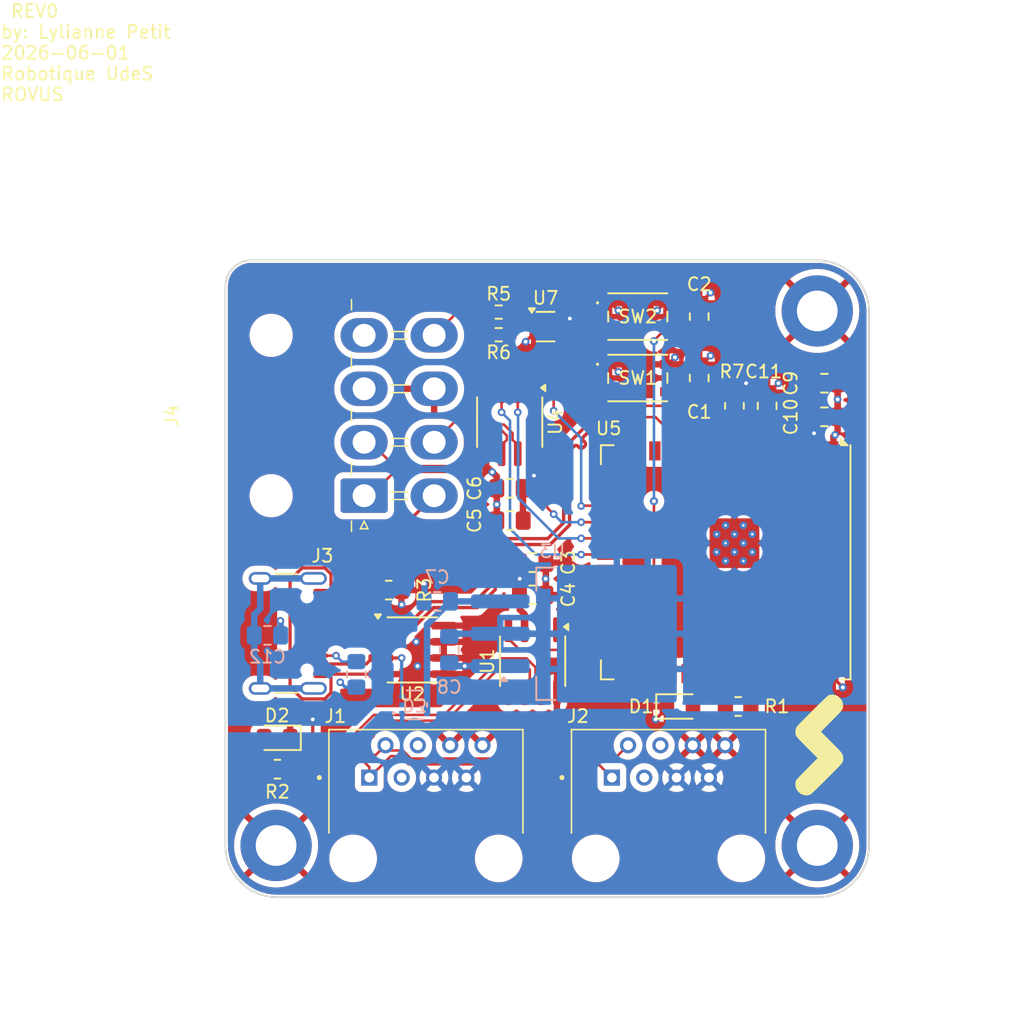
<source format=kicad_pcb>
(kicad_pcb (version 20240108) (generator "pcbnew") (generator_version "8.0")
  (layers (0 "F.Cu" signal) (1 "In1.Cu" signal) (2 "In2.Cu" signal) (31 "B.Cu" signal) (34 "B.Paste" user) (35 "F.Paste" user) (36 "B.SilkS" user "B.Silkscreen") (37 "F.SilkS" user "F.Silkscreen") (38 "B.Mask" user) (39 "F.Mask" user) (44 "Edge.Cuts" user))
  (property "AUTHOR" "Lylianne Petit")
  (property "GROUP_NAME" "Robotique UdeS")
  (property "REVISION" "0")
  (property "TEAM" "ROVUS")
  (net 0 "")
  (net 1 "+3.3V")
  (net 2 "GND")
  (net 3 "EN_PB")
  (net 4 "GPIO_0")
  (net 5 "+5V_USB")
  (net 6 "Net-(D1-A)")
  (net 7 "USB_P")
  (net 8 "USB_N")
  (net 10 "PWM_5V")
  (net 12 "LED_BUILDIN")
  (net 13 "Net-(U7-Vcci)")
  (net 14 "Net-(U7-INPUT)")
  (net 15 "TXC")
  (net 17 "RXC")
  (net 18 "RXB")
  (net 19 "TXB")
  (net 30 "Net-(J3-SHIELD)")
  (net 32 "+24V_ETH")
  (net 39 "PWM_3V")
  (net 49 "Net-(J3-CC2)")
  (net 50 "Net-(J3-CC1)")
  (net 53 "Net-(D2-A)")
  (net 54 "RE")
  (net 55 "DE")
  (net 60 "unconnected-(U5-IO5-Pad5)")
  (net 61 "CANL")
  (net 62 "CANH")
  (net 63 "BMS_B")
  (net 64 "BMS_A")
  (net 65 "Net-(U3-INPUT)")
  (net 66 "DIN2")
  (net 67 "+5V_BMS")
  (footprint "Capacitor_SMD:C_0805_2012Metric_Pad1.18x1.45mm_HandSolder" (layer "F.Cu") (at 85.311 59.8856 -90)
    (property "Reference" "C1")
    (property "Value" "100nF")
  )
  (footprint "RF_Module:ESP32-S3-WROOM-1U" (layer "F.Cu") (at 87.3896 74.362 -90)
    (property "Reference" "U5")
    (property "Value" "ESP32-S3-WROOM-1")
  )
  (footprint "RoverFootprint:SW-PTS815 SJM250SMTRLFS" (layer "F.Cu") (at 80.485 59.8856)
    (property "Reference" "SW1")
    (property "Value" "TS09-63-25-WT-160-SMT-TR")
  )
  (footprint "LED_SMD:LED_0805_2012Metric_Pad1.15x1.40mm_HandSolder" (layer "F.Cu") (at 83.796 85.692)
    (property "Reference" "D1")
    (property "Value" "R")
  )
  (footprint "Capacitor_SMD:C_0805_2012Metric_Pad1.18x1.45mm_HandSolder" (layer "F.Cu") (at 70.452 68.547 180)
    (property "Reference" "C6")
    (property "Value" "100nF")
  )
  (footprint "Capacitor_SMD:C_0805_2012Metric_Pad1.18x1.45mm_HandSolder" (layer "F.Cu") (at 85.311 55.0596 -90)
    (property "Reference" "C2")
    (property "Value" "100nF")
  )
  (footprint "Resistor_SMD:R_0603_1608Metric_Pad0.98x0.95mm_HandSolder" (layer "F.Cu") (at 69.563 56.482)
    (property "Reference" "R6")
    (property "Value" "0")
  )
  (footprint "Resistor_SMD:R_0805_2012Metric_Pad1.20x1.40mm_HandSolder" (layer "F.Cu") (at 52.1865 90.6196)
    (property "Reference" "R2")
    (property "Value" "1k")
  )
  (footprint "MountingHole:MountingHole_3.2mm_M3_DIN965_Pad_TopBottom" (layer "F.Cu") (at 52.082 96.614)
    (property "Reference" "H1" (hide yes))
    (property "Value" "MountingHole_Pad")
  )
  (footprint "Resistor_SMD:R_0805_2012Metric_Pad1.20x1.40mm_HandSolder" (layer "F.Cu") (at 88.0796 62.07 -90)
    (property "Reference" "R7")
    (property "Value" "10k")
  )
  (footprint "RoverFootprint:SW-PTS815 SJM250SMTRLFS" (layer "F.Cu") (at 80.485 55.0596)
    (property "Reference" "SW2")
    (property "Value" "TS09-63-25-WT-160-SMT-TR")
  )
  (footprint "Capacitor_SMD:C_0805_2012Metric_Pad1.18x1.45mm_HandSolder" (layer "F.Cu") (at 70.452 71.087 180)
    (property "Reference" "C5")
    (property "Value" "10uF")
  )
  (footprint "MountingHole:MountingHole_3.2mm_M3_DIN965_Pad_TopBottom" (layer "F.Cu") (at 94.582 96.614)
    (property "Reference" "H2" (hide yes))
    (property "Value" "MountingHole_Pad")
  )
  (footprint "Capacitor_SMD:C_0805_2012Metric_Pad1.18x1.45mm_HandSolder" (layer "F.Cu") (at 95.1408 62.9336)
    (property "Reference" "C10")
    (property "Value" "100nF")
  )
  (footprint "LED_SMD:LED_0805_2012Metric_Pad1.15x1.40mm_HandSolder" (layer "F.Cu") (at 52.164 88.1516 180)
    (property "Reference" "D2")
    (property "Value" "G")
  )
  (footprint "Connector_USB:USB_C_Receptacle_GCT_USB4105-xx-A_16P_TopMnt_Horizontal" (layer "F.Cu") (at 51.91 79.9516 -90)
    (property "Reference" "J3")
    (property "Value" "USB_C_USB4105-GF-A")
  )
  (footprint "MountingHole:MountingHole_3.2mm_M3_DIN965_Pad_TopBottom" (layer "F.Cu") (at 94.582 54.614)
    (property "Reference" "H3" (hide yes))
    (property "Value" "MountingHole_Pad")
  )
  (footprint "Capacitor_SMD:C_0805_2012Metric_Pad1.18x1.45mm_HandSolder" (layer "F.Cu") (at 90.6476 62.07 90)
    (property "Reference" "C11")
    (property "Value" "1uF")
  )
  (footprint "Capacitor_SMD:C_0805_2012Metric_Pad1.18x1.45mm_HandSolder" (layer "F.Cu") (at 72.23 76.929)
    (property "Reference" "C4")
    (property "Value" "100nF")
  )
  (footprint "Capacitor_SMD:C_0805_2012Metric_Pad1.18x1.45mm_HandSolder" (layer "F.Cu") (at 72.23 74.389)
    (property "Reference" "C3")
    (property "Value" "10uF")
  )
  (footprint "Resistor_SMD:R_0805_2012Metric_Pad1.20x1.40mm_HandSolder" (layer "F.Cu") (at 60.927 76.548)
    (property "Reference" "R3")
    (property "Value" "5k1")
  )
  (footprint "RoverFootprint:Ethernet_Horizontal" (layer "F.Cu") (at 63.848 97.63)
    (property "Reference" "J1")
    (property "Value" "Eth-Horiz-54601-908WPLF")
  )
  (footprint "Capacitor_SMD:C_0805_2012Metric_Pad1.18x1.45mm_HandSolder" (layer "F.Cu") (at 95.1408 60.292)
    (property "Reference" "C9")
    (property "Value" "10uF")
  )
  (footprint "Package_SO:SOIC-8_3.9x4.9mm_P1.27mm" (layer "F.Cu") (at 72.23 82.136 -90)
    (property "Reference" "U1")
    (property "Value" "SN65HVD232Q")
  )
  (footprint "RoverFootprint:Ethernet_Horizontal" (layer "F.Cu") (at 82.898 97.63)
    (property "Reference" "J2")
    (property "Value" "Eth-Horiz-54601-908WPLF")
  )
  (footprint "RoverFootprint:CONN-MOLEX_8PIN-39301080" (layer "F.Cu") (at 58.995 69.132 90)
    (property "Reference" "J4")
    (property "Value" "CONN-MOLEX_8PIN-39301080")
  )
  (footprint "Package_SO:SOIC-8_3.9x4.9mm_P1.27mm" (layer "F.Cu") (at 70.4266 63.3542 -90)
    (property "Reference" "U4")
    (property "Value" "SP3485EN")
  )
  (footprint "Package_SO:SOIC-8_3.9x4.9mm_P1.27mm" (layer "F.Cu") (at 62.7812 81.247)
    (property "Reference" "U2")
    (property "Value" "TVS")
  )
  (footprint "Package_TO_SOT_SMD:SOT-353_SC-70-5" (layer "F.Cu") (at 73.246 55.847)
    (property "Reference" "U7")
    (property "Value" "AXP1T34")
  )
  (footprint "Resistor_SMD:R_0805_2012Metric_Pad1.20x1.40mm_HandSolder" (layer "F.Cu") (at 88.368 85.692)
    (property "Reference" "R1")
    (property "Value" "1k")
  )
  (footprint "Resistor_SMD:R_0603_1608Metric_Pad0.98x0.95mm_HandSolder" (layer "F.Cu") (at 69.563 54.704)
    (property "Reference" "R5")
    (property "Value" "0")
  )
  (footprint "LOGO" (layer "F.Cu") (at 94.582 88.486)
    (property "Reference" "G***" (hide yes))
    (property "Value" "LOGO" (hide yes))
  )
  (footprint "RoverFootprint:Diode_schottky-CVJ10F30" (layer "B.Cu") (at 62.959 85.565)
    (property "Reference" "D3")
    (property "Value" "CVJ10F30")
  )
  (footprint "Capacitor_SMD:C_0805_2012Metric_Pad1.18x1.45mm_HandSolder" (layer "B.Cu") (at 64.737 77.437 180)
    (property "Reference" "C7")
    (property "Value" "10uF")
  )
  (footprint "Resistor_SMD:R_0805_2012Metric_Pad1.20x1.40mm_HandSolder" (layer "B.Cu") (at 58.387 83.168 -90)
    (property "Reference" "R4" (hide yes))
    (property "Value" "5k1")
  )
  (footprint "Package_TO_SOT_SMD:TO-263-3_TabPin2" (layer "B.Cu") (at 77.34 79.977)
    (property "Reference" "U3")
    (property "Value" "LDO-LM7805MPX/NOPB")
  )
  (footprint "Capacitor_SMD:C_0805_2012Metric_Pad1.18x1.45mm_HandSolder" (layer "B.Cu") (at 65.686 81.2255 -90)
    (property "Reference" "C8")
    (property "Value" "10uF")
  )
  (footprint "Capacitor_SMD:C_0805_2012Metric_Pad1.18x1.45mm_HandSolder" (layer "B.Cu") (at 51.402 80.104)
    (property "Reference" "C12")
    (property "Value" "1n")
  )
  (gr_line (start 52.164 100.678) (end 94.582 100.678) (stroke (width 0.1524)) (layer "Edge.Cuts"))
  (gr_arc (start 52.164 100.678) (mid 49.290318 99.487682) (end 48.1 96.614) (stroke (width 0.1524)) (layer "Edge.Cuts"))
  (gr_arc (start 98.646 96.614) (mid 97.455682 99.487682) (end 94.582 100.678) (stroke (width 0.1524)) (layer "Edge.Cuts"))
  (gr_arc (start 48.1 52.672) (mid 48.695159 51.235159) (end 50.132 50.64) (stroke (width 0.1524)) (layer "Edge.Cuts"))
  (gr_line (start 48.1 52.672) (end 48.1 96.614) (stroke (width 0.1524)) (layer "Edge.Cuts"))
  (gr_arc (start 94.582 50.64) (mid 97.364611 51.742046) (end 98.638086 54.450495) (stroke (width 0.1524)) (layer "Edge.Cuts"))
  (gr_line (start 94.582 50.64) (end 50.132 50.64) (stroke (width 0.1524)) (layer "Edge.Cuts"))
  (gr_line (start 98.646 96.614) (end 98.646 54.45) (stroke (width 0.1524)) (layer "Edge.Cuts"))
  (gr_text "${PROJECTNAME} REV${REVISION}\nby: ${AUTHOR}\n${CURRENT_DATE}\n${GROUP_NAME}\n${TEAM}" (at 30.4 38.2 0) (layer "F.SilkS") (effects (font (size 1.016 1) (thickness 0.1524) (bold yes)) (justify left bottom)))
  (segment (start 71.468 71.11435) (end 71.468 68.5685) (width 0.508) (layer "F.Cu") (net 1))
  (segment (start 94.1033 62.9336) (end 94.1033 64.0297) (width 0.508) (layer "F.Cu") (net 1))
  (segment (start 71.4895 68.547) (end 71.4895 68.3985) (width 0.508) (layer "F.Cu") (net 1))
  (segment (start 75.136 55.197) (end 75.151 55.212) (width 0.254) (layer "F.Cu") (net 1))
  (segment (start 71.595 78.453) (end 71.595 79.661) (width 0.508) (layer "F.Cu") (net 1))
  (segment (start 71.3156 70.944) (end 71.1792 70.944) (width 0.2032) (layer "F.Cu") (net 1))
  (segment (start 71.4895 68.3985) (end 72.3316 67.5564) (width 0.508) (layer "F.Cu") (net 1))
  (segment (start 54.45 89.248) (end 54.958 88.74) (width 0.254) (layer "F.Cu") (net 1))
  (segment (start 72.357 65.815) (end 72.357 66.4642) (width 0.254) (layer "F.Cu") (net 1))
  (segment (start 54.958 88.74) (end 54.958 86.708) (width 0.254) (layer "F.Cu") (net 1))
  (segment (start 88.994 60.292) (end 88.343 60.943) (width 0.254) (layer "F.Cu") (net 1))
  (segment (start 72.3316 67.5564) (end 72.3316 65.8292) (width 0.508) (layer "F.Cu") (net 1))
  (segment (start 71.468 68.5685) (end 71.4895 68.547) (width 0.508) (layer "F.Cu") (net 1))
  (segment (start 53.1865 90.5115) (end 54.45 89.248) (width 0.254) (layer "F.Cu") (net 1))
  (segment (start 94.1033 64.0297) (end 94.5296 64.456) (width 0.508) (layer "F.Cu") (net 1))
  (segment (start 71.1925 74.389) (end 71.1925 74.3675) (width 0.508) (layer "F.Cu") (net 1))
  (segment (start 94.1033 60.292) (end 94.1033 62.9336) (width 0.508) (layer "F.Cu") (net 1))
  (segment (start 74.196 55.197) (end 75.136 55.197) (width 0.254) (layer "F.Cu") (net 1))
  (segment (start 53.1865 90.6196) (end 53.1865 90.5115) (width 0.254) (layer "F.Cu") (net 1))
  (segment (start 94.5296 64.456) (end 94.5296 65.612) (width 0.508) (layer "F.Cu") (net 1))
  (segment (start 71.214 78.072) (end 71.595 78.453) (width 0.508) (layer "F.Cu") (net 1))
  (segment (start 71.214 74.2073) (end 71.214 78.072) (width 0.508) (layer "F.Cu") (net 1))
  (segment (start 71.198 68.944) (end 71.3156 68.944) (width 0.254) (layer "F.Cu") (net 1))
  (via (at 75.151 55.212) (size 0.6) (drill 0.3) (layers "F.Cu" "B.Cu") (net 1))
  (via (at 72.3316 67.5564) (size 0.6) (drill 0.3) (layers "F.Cu" "B.Cu") (net 1))
  (via (at 71.214 75.659) (size 0.6) (drill 0.3) (layers "F.Cu" "B.Cu") (net 1))
  (via (at 54.958 86.708) (size 0.6) (drill 0.3) (layers "F.Cu" "B.Cu") (net 1))
  (via (at 88.994 60.292) (size 0.6) (drill 0.3) (layers "F.Cu" "B.Cu") (net 1))
  (via (at 94.328 64.229) (size 0.6) (drill 0.3) (layers "F.Cu" "B.Cu") (net 1))
  (segment (start 65.897 79.977) (end 65.686 80.188) (width 0.508) (layer "B.Cu") (net 1))
  (segment (start 69.69 79.977) (end 65.897 79.977) (width 0.508) (layer "B.Cu") (net 1))
  (segment (start 78.84 79.977) (end 69.69 79.977) (width 0.508) (layer "B.Cu") (net 1))
  (segment (start 78.368601 58.810601) (end 78.961 59.403) (width 0.254) (layer "F.Cu") (net 2))
  (segment (start 60.3058 83.1516) (end 60.3062 83.152) (width 0.254) (layer "F.Cu") (net 2))
  (segment (start 68.5216 65.8292) (end 68.5216 66.7436) (width 0.508) (layer "F.Cu") (net 2))
  (segment (start 72.272199 56.4398) (end 71.6798 57.032199) (width 0.254) (layer "F.Cu") (net 2))
  (segment (start 53.18 76.04) (end 53.18 84.156155) (width 0.254) (layer "F.Cu") (net 2))
  (segment (start 56.392 76.524599) (end 56.392 75.289045) (width 0.254) (layer "F.Cu") (net 2))
  (segment (start 90.6476 61.0325) (end 90.7935 61.0325) (width 0.254) (layer "F.Cu") (net 2))
  (segment (start 85.311 58.8481) (end 85.4849 58.8481) (width 0.254) (layer "F.Cu") (net 2))
  (segment (start 90.6476 61.0325) (end 90.4965 61.0325) (width 0.2032) (layer "F.Cu") (net 2))
  (segment (start 85.4849 58.8481) (end 86.2 58.133) (width 0.254) (layer "F.Cu") (net 2))
  (segment (start 73.2675 78.1775) (end 73.2675 76.929) (width 0.508) (layer "F.Cu") (net 2))
  (segment (start 55.59 76.7516) (end 56.164999 76.7516) (width 0.254) (layer "F.Cu") (net 2))
  (segment (start 82.771 85.819) (end 81.882 86.708) (width 0.254) (layer "F.Cu") (net 2))
  (segment (start 95.7996 83.4044) (end 96.5886 84.1934) (width 0.254) (layer "F.Cu") (net 2))
  (segment (start 69.4145 67.6365) (end 69.4145 68.547) (width 0.508) (layer "F.Cu") (net 2))
  (segment (start 61.927 76.548) (end 61.927 77.675) (width 0.254) (layer "F.Cu") (net 2))
  (segment (start 56.392 75.289045) (end 55.907555 74.8046) (width 0.254) (layer "F.Cu") (net 2))
  (segment (start 65.2562 80.612) (end 63.086 80.612) (width 0.254) (layer "F.Cu") (net 2))
  (segment (start 64.6212 79.342) (end 65.372 79.342) (width 0.254) (layer "F.Cu") (net 2))
  (segment (start 63.8179 83.152) (end 65.2562 83.152) (width 0.254) (layer "F.Cu") (net 2))
  (segment (start 78.234999 53.984601) (end 78.368601 53.984601) (width 0.254) (layer "F.Cu") (net 2))
  (segment (start 82.735001 58.810601) (end 82.855399 58.810601) (width 0.254) (layer "F.Cu") (net 2))
  (segment (start 63.8179 81.882) (end 65.2562 81.882) (width 0.254) (layer "F.Cu") (net 2))
  (segment (start 68.5216 66.7436) (end 69.4145 67.6365) (width 0.508) (layer "F.Cu") (net 2))
  (segment (start 72.405801 56.4398) (end 72.272199 56.4398) (width 0.254) (layer "F.Cu") (net 2))
  (segment (start 78.234999 58.810601) (end 78.368601 58.810601) (width 0.254) (layer "F.Cu") (net 2))
  (segment (start 56.392 84.614155) (end 56.392 83.378601) (width 0.254) (layer "F.Cu") (net 2))
  (segment (start 56.164999 83.1516) (end 55.59 83.1516) (width 0.254) (layer "F.Cu") (net 2))
  (segment (start 64.6212 83.152) (end 65.372 83.152) (width 0.254) (layer "F.Cu") (net 2))
  (segment (start 82.735001 53.984601) (end 82.601399 53.984601) (width 0.254) (layer "F.Cu") (net 2))
  (segment (start 72.865 78.58) (end 73.2675 78.1775) (width 0.508) (layer "F.Cu") (net 2))
  (segment (start 63.086 80.231) (end 63.086 80.612) (width 0.254) (layer "F.Cu") (net 2))
  (segment (start 82.771 85.692) (end 82.771 85.819) (width 0.254) (layer "F.Cu") (net 2))
  (segment (start 55.907555 74.8046) (end 54.122445 74.8046) (width 0.254) (layer "F.Cu") (net 2))
  (segment (start 78.343201 58.759801) (end 78.184199 58.759801) (width 0.2032) (layer "F.Cu") (net 2))
  (segment (start 55.872 83.1516) (end 55.59 83.1516) (width 0.2032) (layer "F.Cu") (net 2))
  (segment (start 85.3579 54.0221) (end 86.2 53.18) (width 0.254) (layer "F.Cu") (net 2))
  (segment (start 82.771 85.692) (end 82.771 85.5756) (width 0.2032) (layer "F.Cu") (net 2))
  (segment (start 96.1783 62.9336) (end 96.1783 60.292) (width 0.508) (layer "F.Cu") (net 2))
  (segment (start 82.601399 53.984601) (end 82.009 54.577) (width 0.254) (layer "F.Cu") (net 2))
  (segment (start 96.1783 64.1567) (end 96.1783 62.9336) (width 0.508) (layer "F.Cu") (net 2))
  (segment (start 54.122445 85.0986) (end 55.907555 85.0986) (width 0.254) (layer "F.Cu") (net 2))
  (segment (start 63.975 79.342) (end 63.086 80.231) (width 0.254) (layer "F.Cu") (net 2))
  (segment (start 63.1829 82.517) (end 63.8179 83.152) (width 0.254) (layer "F.Cu") (net 2))
  (segment (start 53.18 75.747045) (end 53.18 76.04) (width 0.254) (layer "F.Cu") (net 2))
  (segment (start 73.2675 76.929) (end 73.2675 76.5011) (width 0.2032) (layer "F.Cu") (net 2))
  (segment (start 64.6212 80.612) (end 65.372 80.612) (width 0.254) (layer "F.Cu") (net 2))
  (segment (start 53.18 84.156155) (end 54.122445 85.0986) (width 0.254) (layer "F.Cu") (net 2))
  (segment (start 55.59 83.1516) (end 60.3058 83.1516) (width 0.254) (layer "F.Cu") (net 2))
  (segment (start 95.852 65.5596) (end 95.852 64.483) (width 0.508) (layer "F.Cu") (net 2))
  (segment (start 61.927 77.675) (end 61.943 77.691) (width 0.254) (layer "F.Cu") (net 2))
  (segment (start 56.392 83.378601) (end 56.164999 83.1516) (width 0.254) (layer "F.Cu") (net 2))
  (segment (start 73.2675 76.929) (end 73.2675 74.389) (width 0.508) (layer "F.Cu") (net 2))
  (segment (start 85.311 54.0221) (end 85.3579 54.0221) (width 0.254) (layer "F.Cu") (net 2))
  (segment (start 95.7996 65.612) (end 95.852 65.5596) (width 0.508) (layer "F.Cu") (net 2))
  (segment (start 65.2562 79.342) (end 63.975 79.342) (width 0.254) (layer "F.Cu") (net 2))
  (segment (start 56.164999 76.7516) (end 56.392 76.524599) (width 0.254) (layer "F.Cu") (net 2))
  (segment (start 69.4145 68.547) (end 69.4145 71.087) (width 0.508) (layer "F.Cu") (net 2))
  (segment (start 64.6212 81.882) (end 65.372 81.882) (width 0.254) (layer "F.Cu") (net 2))
  (segment (start 95.852 64.483) (end 96.1783 64.1567) (width 0.508) (layer "F.Cu") (net 2))
  (segment (start 54.122445 74.8046) (end 53.18 75.747045) (width 0.254) (layer "F.Cu") (net 2))
  (segment (start 55.907555 85.0986) (end 56.392 84.614155) (width 0.254) (layer "F.Cu") (net 2))
  (segment (start 90.6704 61.0247) (end 90.7505 61.0247) (width 0.2032) (layer "F.Cu") (net 2))
  (segment (start 63.1829 82.517) (end 63.8179 81.882) (width 0.254) (layer "F.Cu") (net 2))
  (segment (start 82.855399 58.810601) (end 83.406 58.26) (width 0.254) (layer "F.Cu") (net 2))
  (segment (start 55.8496 76.7512) (end 55.5676 76.7512) (width 0.2032) (layer "F.Cu") (net 2))
  (segment (start 78.368601 53.984601) (end 78.961 54.577) (width 0.254) (layer "F.Cu") (net 2))
  (segment (start 72.865 79.661) (end 72.865 78.58) (width 0.508) (layer "F.Cu") (net 2))
  (segment (start 68.2676 88.74) (end 68.293 88.74) (width 0.254) (layer "F.Cu") (net 2))
  (segment (start 90.7935 61.0325) (end 91.534 60.292) (width 0.254) (layer "F.Cu") (net 2))
  (via (at 61.943 77.691) (size 0.6) (drill 0.3) (layers "F.Cu" "B.Cu") (net 2))
  (via (at 83.406 58.26) (size 0.6) (drill 0.3) (layers "F.Cu" "B.Cu") (net 2))
  (via (at 86.2 58.133) (size 0.6) (drill 0.3) (layers "F.Cu" "B.Cu") (net 2))
  (via (at 86.2 53.18) (size 0.6) (drill 0.3) (layers "F.Cu" "B.Cu") (net 2))
  (via (at 81.882 86.708) (size 0.6) (drill 0.3) (layers "F.Cu" "B.Cu") (net 2))
  (via (at 63.721 76.04) (size 0.6) (drill 0.3) (layers "F.Cu" "B.Cu") (net 2))
  (via (at 78.961 54.577) (size 0.6) (drill 0.3) (layers "F.Cu" "B.Cu") (net 2))
  (via (at 71.6798 57.032199) (size 0.6) (drill 0.3) (layers "F.Cu" "B.Cu") (net 2))
  (via (at 91.534 60.292) (size 0.6) (drill 0.3) (layers "F.Cu" "B.Cu") (net 2))
  (via (at 52.418 78.961) (size 0.6) (drill 0.3) (layers "F.Cu" "B.Cu") (net 2))
  (via (at 95.979 64.356) (size 0.6) (drill 0.3) (layers "F.Cu" "B.Cu") (net 2))
  (via (at 96.1783 61.562) (size 0.6) (drill 0.3) (layers "F.Cu" "B.Cu") (net 2))
  (via (at 69.4145 69.817) (size 0.6) (drill 0.3) (layers "F.Cu" "B.Cu") (net 2))
  (via (at 69.055 67.277) (size 0.6) (drill 0.3) (layers "F.Cu" "B.Cu") (net 2))
  (via (at 73.246 75.659) (size 0.6) (drill 0.3) (layers "F.Cu" "B.Cu") (net 2))
  (via (at 82.009 54.577) (size 0.6) (drill 0.3) (layers "F.Cu" "B.Cu") (net 2))
  (via (at 66.896 82.517) (size 0.6) (drill 0.3) (layers "F.Cu" "B.Cu") (net 2))
  (via (at 78.961 59.403) (size 0.6) (drill 0.3) (layers "F.Cu" "B.Cu") (net 2))
  (via (at 96.5886 84.1934) (size 0.635) (drill 0.3048) (layers "F.Cu" "B.Cu") (net 2))
  (via (at 63.1829 82.517) (size 0.6) (drill 0.3) (layers "F.Cu" "B.Cu") (net 2))
  (via (at 57.117 83.787) (size 0.6) (drill 0.3) (layers "F.Cu" "B.Cu") (net 2))
  (via (at 63.086 80.612) (size 0.6) (drill 0.3) (layers "F.Cu" "B.Cu") (net 2))
  (segment (start 58.387 84.168) (end 57.498 84.168) (width 0.254) (layer "B.Cu") (net 2))
  (segment (start 52.4395 78.9825) (end 52.4395 80.104) (width 0.508) (layer "B.Cu") (net 2))
  (segment (start 69.69 82.517) (end 66.896 82.517) (width 0.508) (layer "B.Cu") (net 2))
  (segment (start 66.896 82.517) (end 65.94 82.517) (width 0.508) (layer "B.Cu") (net 2))
  (segment (start 63.721 76.04) (end 63.7425 76.0615) (width 0.508) (layer "B.Cu") (net 2))
  (segment (start 63.7425 76.0615) (end 63.7425 77.183) (width 0.508) (layer "B.Cu") (net 2))
  (segment (start 65.94 82.517) (end 65.686 82.263) (width 0.508) (layer "B.Cu") (net 2))
  (segment (start 52.418 78.961) (end 52.4395 78.9825) (width 0.508) (layer "B.Cu") (net 2))
  (segment (start 57.498 84.168) (end 57.117 83.787) (width 0.254) (layer "B.Cu") (net 2))
  (segment (start 90.7935 63.1075) (end 91.788 64.102) (width 0.2032) (layer "F.Cu") (net 3))
  (segment (start 93.2596 65.218) (end 93.2596 65.612) (width 0.2032) (layer "F.Cu") (net 3))
  (segment (start 92.1436 64.102) (end 93.2596 65.218) (width 0.2032) (layer "F.Cu") (net 3))
  (segment (start 82.855399 60.960599) (end 83.7108 61.816) (width 0.2032) (layer "F.Cu") (net 3))
  (segment (start 86.708 61.816) (end 87.962 63.07) (width 0.2032) (layer "F.Cu") (net 3))
  (segment (start 88.2105 63.1153) (end 88.8924 63.7972) (width 0.2032) (layer "F.Cu") (net 3))
  (segment (start 83.7108 61.816) (end 83.7616 61.816) (width 0.2032) (layer "F.Cu") (net 3))
  (segment (start 85.311 60.9231) (end 85.4341 60.9231) (width 0.2032) (layer "F.Cu") (net 3))
  (segment (start 85.4341 60.9231) (end 86.327 61.816) (width 0.2032) (layer "F.Cu") (net 3))
  (segment (start 91.788 64.102) (end 92.1436 64.102) (width 0.2032) (layer "F.Cu") (net 3))
  (segment (start 82.735001 60.960599) (end 82.880799 60.960599) (width 0.2032) (layer "F.Cu") (net 3))
  (segment (start 88.8924 63.7972) (end 89.8068 63.7972) (width 0.2032) (layer "F.Cu") (net 3))
  (segment (start 85.1117 60.9231) (end 84.2188 61.816) (width 0.2032) (layer "F.Cu") (net 3))
  (segment (start 86.327 61.816) (end 86.708 61.816) (width 0.2032) (layer "F.Cu") (net 3))
  (segment (start 90.4887 63.1153) (end 89.8068 63.7972) (width 0.2032) (layer "F.Cu") (net 3))
  (segment (start 87.962 63.07) (end 88.0796 63.07) (width 0.2032) (layer "F.Cu") (net 3))
  (segment (start 84.2188 61.816) (end 83.7616 61.816) (width 0.2032) (layer "F.Cu") (net 3))
  (segment (start 81.755 78.961) (end 79.2896 81.4264) (width 0.2032) (layer "F.Cu") (net 4))
  (segment (start 82.735001 56.134599) (end 82.880799 56.134599) (width 0.2032) (layer "F.Cu") (net 4))
  (segment (start 82.2122 56.482) (end 81.755 56.9392) (width 0.2032) (layer "F.Cu") (net 4))
  (segment (start 82.880799 56.134599) (end 83.7362 56.99) (width 0.2032) (layer "F.Cu") (net 4))
  (segment (start 85.1371 56.0971) (end 84.2442 56.99) (width 0.2032) (layer "F.Cu") (net 4))
  (segment (start 79.696 82.6964) (end 79.696 83.112) (width 0.2032) (layer "F.Cu") (net 4))
  (segment (start 82.559601 56.134599) (end 82.2122 56.482) (width 0.2032) (layer "F.Cu") (net 4))
  (segment (start 84.2442 56.99) (end 83.787 56.99) (width 0.2032) (layer "F.Cu") (net 4))
  (segment (start 79.2896 81.4264) (end 79.2896 83.112) (width 0.2032) (layer "F.Cu") (net 4))
  (segment (start 82.735001 56.134599) (end 82.559601 56.134599) (width 0.2032) (layer "F.Cu") (net 4))
  (segment (start 81.755 56.9392) (end 81.755 56.99) (width 0.2032) (layer "F.Cu") (net 4))
  (segment (start 83.7362 56.99) (end 83.787 56.99) (width 0.2032) (layer "F.Cu") (net 4))
  (segment (start 81.755 69.563) (end 81.755 78.961) (width 0.2032) (layer "F.Cu") (net 4))
  (segment (start 85.311 56.0971) (end 85.1371 56.0971) (width 0.2032) (layer "F.Cu") (net 4))
  (via (at 81.755 56.99) (size 0.635) (drill 0.3048) (layers "F.Cu" "B.Cu") (net 4))
  (via (at 81.755 69.563) (size 0.635) (drill 0.3048) (layers "F.Cu" "B.Cu") (net 4))
  (segment (start 81.755 69.563) (end 81.755 56.99) (width 0.2032) (layer "B.Cu") (net 4))
  (segment (start 61.054 81.882) (end 61.943 81.882) (width 0.254) (layer "F.Cu") (net 5))
  (segment (start 60.9905 81.9455) (end 61.054 81.882) (width 0.254) (layer "F.Cu") (net 5))
  (segment (start 59.6316 81.882) (end 60.3062 81.882) (width 0.254) (layer "F.Cu") (net 5))
  (segment (start 55.015001 82.3516) (end 54.069 81.405599) (width 0.254) (layer "F.Cu") (net 5))
  (segment (start 54.069 78.453) (end 54.9704 77.5516) (width 0.254) (layer "F.Cu") (net 5))
  (segment (start 60.3062 81.882) (end 59.642001 81.882) (width 0.254) (layer "F.Cu") (net 5))
  (segment (start 54.069 81.405599) (end 54.069 78.453) (width 0.254) (layer "F.Cu") (net 5))
  (segment (start 54.9704 77.5516) (end 55.59 77.5516) (width 0.254) (layer "F.Cu") (net 5))
  (segment (start 55.59 82.3516) (end 55.015001 82.3516) (width 0.254) (layer "F.Cu") (net 5))
  (segment (start 59.162 82.3516) (end 59.6316 81.882) (width 0.254) (layer "F.Cu") (net 5))
  (segment (start 55.59 82.3516) (end 59.162 82.3516) (width 0.254) (layer "F.Cu") (net 5))
  (via (at 61.943 81.882) (size 0.6) (drill 0.3) (layers "F.Cu" "B.Cu") (net 5))
  (segment (start 61.943 84.876901) (end 61.9811 84.915001) (width 0.254) (layer "B.Cu") (net 5))
  (segment (start 61.943 81.882) (end 61.943 84.876901) (width 0.254) (layer "B.Cu") (net 5))
  (segment (start 85.5232 86.4482) (end 84.9226 85.8476) (width 0.2032) (layer "F.Cu") (net 6))
  (segment (start 84.9226 85.8476) (end 84.7908 85.8476) (width 0.2032) (layer "F.Cu") (net 6))
  (segment (start 86.62865 86.4482) (end 85.5232 86.4482) (width 0.2032) (layer "F.Cu") (net 6))
  (segment (start 87.33085 85.746) (end 86.62865 86.4482) (width 0.2032) (layer "F.Cu") (net 6))
  (segment (start 69.2872 76.517182) (end 69.2872 74.104182) (width 0.2644) (layer "F.Cu") (net 7))
  (segment (start 79.2896 65.312) (end 79.2896 65.612) (width 0.2644) (layer "F.Cu") (net 7))
  (segment (start 76.231709 64.492669) (end 76.316564 64.407817) (width 0.2644) (layer "F.Cu") (net 7))
  (segment (start 76.316564 64.407817) (end 76.644182 64.0802) (width 0.2644) (layer "F.Cu") (net 7))
  (segment (start 76.225175 65.334663) (end 76.310027 65.24981) (width 0.2644) (layer "F.Cu") (net 7))
  (segment (start 79.6924 64.9092) (end 79.2896 65.312) (width 0.2644) (layer "F.Cu") (net 7))
  (segment (start 58.843699 80.612) (end 58.440899 80.2092) (width 0.2644) (layer "F.Cu") (net 7))
  (segment (start 79.43122 64.0802) (end 79.6924 64.34138) (width 0.2644) (layer "F.Cu") (net 7))
  (segment (start 67.881182 77.9232) (end 69.2872 76.517182) (width 0.2644) (layer "F.Cu") (net 7))
  (segment (start 56.452501 79.7016) (end 55.59 79.7016) (width 0.2644) (layer "F.Cu") (net 7))
  (segment (start 75.1292 65.595182) (end 75.468036 65.256346) (width 0.2644) (layer "F.Cu") (net 7))
  (segment (start 61.384 80.2092) (end 62.166182 80.2092) (width 0.2644) (layer "F.Cu") (net 7))
  (segment (start 69.2872 74.104182) (end 70.421182 72.9702) (width 0.2644) (layer "F.Cu") (net 7))
  (segment (start 79.6924 64.34138) (end 79.6924 64.9092) (width 0.2644) (layer "F.Cu") (net 7))
  (segment (start 76.310027 64.910398) (end 76.231709 64.83208) (width 0.2644) (layer "F.Cu") (net 7))
  (segment (start 56.782418 80.7016) (end 57.274818 80.2092) (width 0.2644) (layer "F.Cu") (net 7))
  (segment (start 58.440899 80.2092) (end 57.274818 80.2092) (width 0.2644) (layer "F.Cu") (net 7))
  (segment (start 76.644182 64.0802) (end 77.698139 64.0802) (width 0.2644) (layer "F.Cu") (net 7))
  (segment (start 70.421182 72.9702) (end 73.596182 72.9702) (width 0.2644) (layer "F.Cu") (net 7))
  (segment (start 73.596182 72.9702) (end 75.1292 71.437182) (width 0.2644) (layer "F.Cu") (net 7))
  (segment (start 56.749418 79.6838) (end 56.470301 79.6838) (width 0.2644) (layer "F.Cu") (net 7))
  (segment (start 77.698139 64.0802) (end 79.43122 64.0802) (width 0.2644) (layer "F.Cu") (net 7))
  (segment (start 60.9812 80.612) (end 61.384 80.2092) (width 0.2644) (layer "F.Cu") (net 7))
  (segment (start 75.1292 71.437182) (end 75.1292 65.595182) (width 0.2644) (layer "F.Cu") (net 7))
  (segment (start 75.807447 65.256346) (end 75.885764 65.334663) (width 0.2644) (layer "F.Cu") (net 7))
  (segment (start 62.166182 80.2092) (end 64.452182 77.9232) (width 0.2644) (layer "F.Cu") (net 7))
  (segment (start 57.274818 80.2092) (end 56.749418 79.6838) (width 0.2644) (layer "F.Cu") (net 7))
  (segment (start 56.470301 79.6838) (end 56.452501 79.7016) (width 0.2644) (layer "F.Cu") (net 7))
  (segment (start 64.452182 77.9232) (end 67.881182 77.9232) (width 0.2644) (layer "F.Cu") (net 7))
  (segment (start 55.59 80.7016) (end 56.782418 80.7016) (width 0.2644) (layer "F.Cu") (net 7))
  (segment (start 60.3062 80.612) (end 58.843699 80.612) (width 0.2644) (layer "F.Cu") (net 7))
  (arc (start 75.468036 65.256346) (mid 75.637741 65.186052) (end 75.807447 65.256346) (width 0.2644) (layer "F.Cu") (net 7))
  (arc (start 76.310027 65.24981) (mid 76.380322 65.080104) (end 76.310027 64.910398) (width 0.2644) (layer "F.Cu") (net 7))
  (arc (start 76.231709 64.83208) (mid 76.161414 64.662375) (end 76.231709 64.492669) (width 0.2644) (layer "F.Cu") (net 7))
  (arc (start 75.885764 65.334663) (mid 76.05547 65.404957) (end 76.225175 65.334663) (width 0.2644) (layer "F.Cu") (net 7))
  (segment (start 56.470301 79.2194) (end 56.452501 79.2016) (width 0.2644) (layer "F.Cu") (net 8))
  (segment (start 54.8444 79.2016) (end 54.577 79.469) (width 0.2644) (layer "F.Cu") (net 8))
  (segment (start 70.228818 72.5058) (end 73.403818 72.5058) (width 0.2644) (layer "F.Cu") (net 8))
  (segment (start 68.8228 73.911818) (end 70.228818 72.5058) (width 0.2644) (layer "F.Cu") (net 8))
  (segment (start 76.451818 63.6158) (end 79.623584 63.6158) (width 0.2644) (layer "F.Cu") (net 8))
  (segment (start 68.8228 76.324818) (end 68.8228 73.911818) (width 0.2644) (layer "F.Cu") (net 8))
  (segment (start 60.9812 79.342) (end 61.384 79.7448) (width 0.2644) (layer "F.Cu") (net 8))
  (segment (start 54.577 79.469) (end 54.577 79.977) (width 0.2644) (layer "F.Cu") (net 8))
  (segment (start 80.1568 64.9092) (end 80.1568 64.149016) (width 0.2644) (layer "F.Cu") (net 8))
  (segment (start 58.440899 79.7448) (end 57.467182 79.7448) (width 0.2644) (layer "F.Cu") (net 8))
  (segment (start 80.1568 64.149016) (end 79.623584 63.6158) (width 0.2644) (layer "F.Cu") (net 8))
  (segment (start 73.403818 72.5058) (end 74.6648 71.244818) (width 0.2644) (layer "F.Cu") (net 8))
  (segment (start 54.8016 80.2016) (end 55.59 80.2016) (width 0.2644) (layer "F.Cu") (net 8))
  (segment (start 80.5596 65.612) (end 80.5596 65.312) (width 0.2644) (layer "F.Cu") (net 8))
  (segment (start 60.3062 79.342) (end 58.843699 79.342) (width 0.2644) (layer "F.Cu") (net 8))
  (segment (start 56.452501 79.2016) (end 55.59 79.2016) (width 0.2644) (layer "F.Cu") (net 8))
  (segment (start 74.6648 71.244818) (end 74.6648 65.402818) (width 0.2644) (layer "F.Cu") (net 8))
  (segment (start 74.6648 65.402818) (end 76.451818 63.6158) (width 0.2644) (layer "F.Cu") (net 8))
  (segment (start 80.5596 65.312) (end 80.1568 64.9092) (width 0.2644) (layer "F.Cu") (net 8))
  (segment (start 58.843699 79.342) (end 58.440899 79.7448) (width 0.2644) (layer "F.Cu") (net 8))
  (segment (start 57.467182 79.7448) (end 56.941782 79.2194) (width 0.2644) (layer "F.Cu") (net 8))
  (segment (start 61.973818 79.7448) (end 64.259818 77.4588) (width 0.2644) (layer "F.Cu") (net 8))
  (segment (start 55.59 79.2016) (end 54.8444 79.2016) (width 0.2644) (layer "F.Cu") (net 8))
  (segment (start 64.259818 77.4588) (end 67.688818 77.4588) (width 0.2644) (layer "F.Cu") (net 8))
  (segment (start 56.941782 79.2194) (end 56.470301 79.2194) (width 0.2644) (layer "F.Cu") (net 8))
  (segment (start 61.384 79.7448) (end 61.973818 79.7448) (width 0.2644) (layer "F.Cu") (net 8))
  (segment (start 67.688818 77.4588) (end 68.8228 76.324818) (width 0.2644) (layer "F.Cu") (net 8))
  (segment (start 54.577 79.977) (end 54.8016 80.2016) (width 0.2644) (layer "F.Cu") (net 8))
  (segment (start 67.023 59.403) (end 68.6505 57.7755) (width 0.2032) (layer "F.Cu") (net 10))
  (segment (start 64.495 64.932) (end 67.023 62.404) (width 0.2032) (layer "F.Cu") (net 10))
  (segment (start 67.023 62.404) (end 67.023 59.403) (width 0.2032) (layer "F.Cu") (net 10))
  (segment (start 68.6505 57.7755) (end 68.6505 56.482) (width 0.2032) (layer "F.Cu") (net 10))
  (segment (start 94.5296 83.4883) (end 94.5296 83.112) (width 0.2032) (layer "F.Cu") (net 12))
  (segment (start 89.375 85.692) (end 90.518 84.549) (width 0.2032) (layer "F.Cu") (net 12))
  (segment (start 93.4689 84.549) (end 94.5296 83.4883) (width 0.2032) (layer "F.Cu") (net 12))
  (segment (start 89.368 85.7718) (end 89.368 85.692) (width 0.2032) (layer "F.Cu") (net 12))
  (segment (start 90.518 84.549) (end 93.4689 84.549) (width 0.2032) (layer "F.Cu") (net 12))
  (segment (start 89.368 85.692) (end 89.375 85.692) (width 0.2032) (layer "F.Cu") (net 12))
  (segment (start 70.9685 55.197) (end 72.296 55.197) (width 0.2032) (layer "F.Cu") (net 13))
  (segment (start 70.4755 54.704) (end 70.9685 55.197) (width 0.2032) (layer "F.Cu") (net 13))
  (segment (start 70.4755 56.482) (end 71.1105 55.847) (width 0.2032) (layer "F.Cu") (net 14))
  (segment (start 71.1105 55.847) (end 72.296 55.847) (width 0.2032) (layer "F.Cu") (net 14))
  (segment (start 74.135 79.661) (end 74.8828 79.661) (width 0.2032) (layer "F.Cu") (net 15))
  (segment (start 74.8828 79.661) (end 75.7368 78.807) (width 0.2032) (layer "F.Cu") (net 15))
  (segment (start 75.7368 78.807) (end 78.446 78.807) (width 0.2032) (layer "F.Cu") (net 15))
  (segment (start 76.575 80.077) (end 78.0396 80.077) (width 0.2032) (layer "F.Cu") (net 17))
  (segment (start 75.405 81.247) (end 76.575 80.077) (width 0.2032) (layer "F.Cu") (net 17))
  (segment (start 71.214 81.247) (end 75.405 81.247) (width 0.2032) (layer "F.Cu") (net 17))
  (segment (start 70.325 80.358) (end 71.214 81.247) (width 0.2032) (layer "F.Cu") (net 17))
  (segment (start 70.325 79.661) (end 70.325 80.358) (width 0.2032) (layer "F.Cu") (net 17))
  (segment (start 73.373 70.071) (end 73.881 70.579) (width 0.2032) (layer "F.Cu") (net 18))
  (segment (start 72.3316 62.8066) (end 73.373 63.848) (width 0.2032) (layer "F.Cu") (net 18))
  (segment (start 72.3316 60.8792) (end 72.3316 62.8066) (width 0.2032) (layer "F.Cu") (net 18))
  (segment (start 78.0126 71.214) (end 78.0396 71.187) (width 0.2032) (layer "F.Cu") (net 18))
  (segment (start 73.373 63.848) (end 73.373 70.071) (width 0.2032) (layer "F.Cu") (net 18))
  (segment (start 76.04 71.214) (end 78.0126 71.214) (width 0.2032) (layer "F.Cu") (net 18))
  (via (at 73.881 70.579) (size 0.6) (drill 0.3) (layers "F.Cu" "B.Cu") (net 18))
  (via (at 76.04 71.214) (size 0.6) (drill 0.3) (layers "F.Cu" "B.Cu") (net 18))
  (segment (start 74.516 71.214) (end 76.04 71.214) (width 0.2032) (layer "B.Cu") (net 18))
  (segment (start 73.881 70.579) (end 74.516 71.214) (width 0.2032) (layer "B.Cu") (net 18))
  (segment (start 68.5216 60.1904) (end 68.5216 60.8792) (width 0.2032) (layer "F.Cu") (net 19))
  (segment (start 76.067 69.917) (end 78.0396 69.917) (width 0.2032) (layer "F.Cu") (net 19))
  (segment (start 76.04 69.944) (end 76.067 69.917) (width 0.2032) (layer "F.Cu") (net 19))
  (segment (start 69.69 59.022) (end 68.5216 60.1904) (width 0.2032) (layer "F.Cu") (net 19))
  (segment (start 73.881 59.911) (end 72.992 59.022) (width 0.2032) (layer "F.Cu") (net 19))
  (segment (start 72.992 59.022) (end 69.69 59.022) (width 0.2032) (layer "F.Cu") (net 19))
  (segment (start 73.881 62.451) (end 73.881 59.911) (width 0.2032) (layer "F.Cu") (net 19))
  (via (at 73.881 62.451) (size 0.6) (drill 0.3) (layers "F.Cu" "B.Cu") (net 19))
  (via (at 76.04 69.944) (size 0.6) (drill 0.3) (layers "F.Cu" "B.Cu") (net 19))
  (segment (start 73.881 62.451) (end 76.04 64.61) (width 0.2032) (layer "B.Cu") (net 19))
  (segment (start 76.04 64.61) (end 76.04 69.944) (width 0.2032) (layer "B.Cu") (net 19))
  (segment (start 50.3645 81.7335) (end 50.3645 80.104) (width 0.508) (layer "B.Cu") (net 30))
  (segment (start 50.3645 78.4745) (end 50.3645 80.104) (width 0.508) (layer "B.Cu") (net 30))
  (segment (start 50.835 75.6316) (end 50.835 78.004) (width 0.508) (layer "B.Cu") (net 30))
  (segment (start 55.015 84.2716) (end 50.835 84.2716) (width 0.508) (layer "B.Cu") (net 30))
  (segment (start 50.835 82.204) (end 50.3645 81.7335) (width 0.508) (layer "B.Cu") (net 30))
  (segment (start 50.835 84.2716) (end 50.835 82.204) (width 0.508) (layer "B.Cu") (net 30))
  (segment (start 55.015 75.6316) (end 50.835 75.6316) (width 0.508) (layer "B.Cu") (net 30))
  (segment (start 50.835 78.004) (end 50.3645 78.4745) (width 0.508) (layer "B.Cu") (net 30))
  (segment (start 83.0996 64.1766) (end 83.0996 65.612) (width 0.2032) (layer "F.Cu") (net 39))
  (segment (start 75.786 57.117) (end 75.786 62.07) (width 0.2032) (layer "F.Cu") (net 39))
  (segment (start 74.196 56.497) (end 75.166 56.497) (width 0.2032) (layer "F.Cu") (net 39))
  (segment (start 76.675 62.959) (end 81.882 62.959) (width 0.2032) (layer "F.Cu") (net 39))
  (segment (start 75.166 56.497) (end 75.786 57.117) (width 0.2032) (layer "F.Cu") (net 39))
  (segment (start 81.882 62.959) (end 83.0996 64.1766) (width 0.2032) (layer "F.Cu") (net 39))
  (segment (start 75.786 62.07) (end 76.675 62.959) (width 0.2032) (layer "F.Cu") (net 39))
  (segment (start 56.7894 81.7016) (end 55.59 81.7016) (width 0.2032) (layer "F.Cu") (net 49))
  (via (at 56.7894 81.7016) (size 0.6) (drill 0.3) (layers "F.Cu" "B.Cu") (net 49))
  (segment (start 56.7894 81.7016) (end 57.2558 82.168) (width 0.2032) (layer "B.Cu") (net 49))
  (segment (start 57.2558 82.168) (end 57.8512 82.168) (width 0.2032) (layer "B.Cu") (net 49))
  (segment (start 57.8512 82.168) (end 58.3176 81.7016) (width 0.2032) (layer "B.Cu") (net 49))
  (segment (start 57.879 78.707) (end 59.927 76.659) (width 0.2032) (layer "F.Cu") (net 50))
  (segment (start 55.59 78.7016) (end 56.199672 78.7016) (width 0.2032) (layer "F.Cu") (net 50))
  (segment (start 56.199672 78.7016) (end 56.205072 78.707) (width 0.2032) (layer "F.Cu") (net 50))
  (segment (start 56.205072 78.707) (end 57.879 78.707) (width 0.2032) (layer "F.Cu") (net 50))
  (segment (start 59.927 76.659) (end 59.927 76.548) (width 0.2032) (layer "F.Cu") (net 50))
  (segment (start 51.2406 90.55985) (end 50.386 89.70525) (width 0.2032) (layer "F.Cu") (net 53))
  (segment (start 51.139 88.1516) (end 51.139 88.0198) (width 0.2032) (layer "F.Cu") (net 53))
  (segment (start 50.386 89.70525) (end 50.386 88.9046) (width 0.2032) (layer "F.Cu") (net 53))
  (segment (start 50.386 88.9046) (end 51.139 88.1516) (width 0.2032) (layer "F.Cu") (net 53))
  (segment (start 78.0126 72.484) (end 78.0396 72.457) (width 0.2032) (layer "F.Cu") (net 54))
  (segment (start 71.0616 62.578) (end 71.0616 60.8792) (width 0.2032) (layer "F.Cu") (net 54))
  (segment (start 71.087 60.165) (end 71.087 60.865) (width 0.254) (layer "F.Cu") (net 54))
  (segment (start 76.04 72.484) (end 78.0126 72.484) (width 0.2032) (layer "F.Cu") (net 54))
  (via (at 76.04 72.484) (size 0.6) (drill 0.3) (layers "F.Cu" "B.Cu") (net 54))
  (via (at 71.0616 62.578) (size 0.6) (drill 0.3) (layers "F.Cu" "B.Cu") (net 54))
  (segment (start 71.087 62.6034) (end 71.087 69.309) (width 0.2032) (layer "B.Cu") (net 54))
  (segment (start 71.087 69.309) (end 74.262 72.484) (width 0.2032) (layer "B.Cu") (net 54))
  (segment (start 74.262 72.484) (end 76.04 72.484) (width 0.2032) (layer "B.Cu") (net 54))
  (segment (start 71.0616 62.578) (end 71.087 62.6034) (width 0.2032) (layer "B.Cu") (net 54))
  (segment (start 76.04 73.754) (end 78.0126 73.754) (width 0.2032) (layer "F.Cu") (net 55))
  (segment (start 78.0126 73.754) (end 78.0396 73.727) (width 0.2032) (layer "F.Cu") (net 55))
  (segment (start 69.7916 62.578) (end 69.7916 60.8792) (width 0.2032) (layer "F.Cu") (net 55))
  (via (at 76.04 73.754) (size 0.6) (drill 0.3) (layers "F.Cu" "B.Cu") (net 55))
  (via (at 69.7916 62.578) (size 0.6) (drill 0.3) (layers "F.Cu" "B.Cu") (net 55))
  (segment (start 71.6585 72.9285) (end 72.484 73.754) (width 0.2032) (layer "B.Cu") (net 55))
  (segment (start 71.722 72.992) (end 71.6585 72.9285) (width 0.2032) (layer "B.Cu") (net 55))
  (segment (start 72.484 73.754) (end 76.04 73.754) (width 0.2032) (layer "B.Cu") (net 55))
  (segment (start 69.7916 62.578) (end 70.452 63.2384) (width 0.2032) (layer "B.Cu") (net 55))
  (segment (start 70.452 71.722) (end 71.722 72.992) (width 0.2032) (layer "B.Cu") (net 55))
  (segment (start 70.452 63.2384) (end 70.452 71.722) (width 0.2032) (layer "B.Cu") (net 55))
  (segment (start 90.7212 65.9816) (end 90.7196 65.98) (width 0.2032) (layer "F.Cu") (net 60))
  (segment (start 90.7196 65.98) (end 90.7196 65.612) (width 0.2032) (layer "F.Cu") (net 60))
  (segment (start 70.039391 82.361) (end 69.9102 82.361) (width 0.2) (layer "F.Cu") (net 61))
  (segment (start 59.94 86.806) (end 59.535623 87.210377) (width 0.2) (layer "F.Cu") (net 61))
  (segment (start 70.393391 82.675) (end 70.393391 82.597) (width 0.2) (layer "F.Cu") (net 61))
  (segment (start 71.595 83.936) (end 72.005 83.526) (width 0.2) (layer "F.Cu") (net 61))
  (segment (start 60.673 88.74) (end 61.082999 89.149999) (width 0.2) (layer "F.Cu") (net 61))
  (segment (start 59.149 89.502) (end 59.911 89.502) (width 0.2) (layer "F.Cu") (net 61))
  (segment (start 78.678 89.785) (end 79.723 88.74) (width 0.2) (layer "F.Cu") (net 61))
  (segment (start 65.4652 86.806) (end 59.94 86.806) (width 0.2) (layer "F.Cu") (net 61))
  (segment (start 59.911 89.502) (end 60.673 88.74) (width 0.2) (layer "F.Cu") (net 61))
  (segment (start 62.6712 89.785) (end 76.297863 89.785) (width 0.2) (layer "F.Cu") (net 61))
  (segment (start 59.705677 88.059256) (end 59.620825 88.144109) (width 0.2) (layer "F.Cu") (net 61))
  (segment (start 61.082999 89.149999) (end 62.036199 89.149999) (width 0.2) (layer "F.Cu") (net 61))
  (segment (start 70.747391 82.911) (end 70.629391 82.911) (width 0.2) (layer "F.Cu") (net 61))
  (segment (start 71.563791 82.361) (end 71.219391 82.361) (width 0.2) (layer "F.Cu") (net 61))
  (segment (start 58.501798 88.244202) (end 58.501798 88.854798) (width 0.2) (layer "F.Cu") (net 61))
  (segment (start 70.983391 82.597) (end 70.983391 82.675) (width 0.2) (layer "F.Cu") (net 61))
  (segment (start 62.036199 89.149999) (end 62.6712 89.785) (width 0.2) (layer "F.Cu") (net 61))
  (segment (start 76.775247 89.307616) (end 76.897863 89.307616) (width 0.2) (layer "F.Cu") (net 61))
  (segment (start 78.139706 89.785) (end 78.678 89.785) (width 0.2) (layer "F.Cu") (net 61))
  (segment (start 59.281413 88.14411) (end 59.111359 87.974056) (width 0.2) (layer "F.Cu") (net 61))
  (segment (start 58.687094 88.058907) (end 58.501798 88.244202) (width 0.2) (layer "F.Cu") (net 61))
  (segment (start 70.157391 82.361) (end 70.039391 82.361) (width 0.2) (layer "F.Cu") (net 61))
  (segment (start 77.375247 89.785) (end 77.497863 89.785) (width 0.2) (layer "F.Cu") (net 61))
  (segment (start 58.771949 87.974055) (end 58.687094 88.058907) (width 0.2) (layer "F.Cu") (net 61))
  (segment (start 69.495664 82.775536) (end 65.4652 86.806) (width 0.2) (layer "F.Cu") (net 61))
  (segment (start 69.9102 82.361) (end 69.495664 82.775536) (width 0.2) (layer "F.Cu") (net 61))
  (segment (start 72.005 82.802209) (end 71.563791 82.361) (width 0.2) (layer "F.Cu") (net 61))
  (segment (start 71.595 84.611) (end 71.595 83.936) (width 0.2) (layer "F.Cu") (net 61))
  (segment (start 72.005 83.526) (end 72.005 82.802209) (width 0.2) (layer "F.Cu") (net 61))
  (segment (start 77.497863 89.785) (end 78.139706 89.785) (width 0.2) (layer "F.Cu") (net 61))
  (segment (start 59.535623 87.549789) (end 59.705678 87.719844) (width 0.2) (layer "F.Cu") (net 61))
  (segment (start 58.501798 88.854798) (end 59.149 89.502) (width 0.2) (layer "F.Cu") (net 61))
  (arc (start 70.629391 82.911) (mid 70.462514 82.841877) (end 70.393391 82.675) (width 0.2) (layer "F.Cu") (net 61))
  (arc (start 70.393391 82.597) (mid 70.324268 82.430123) (end 70.157391 82.361) (width 0.2) (layer "F.Cu") (net 61))
  (arc (start 71.219391 82.361) (mid 71.052514 82.430123) (end 70.983391 82.597) (width 0.2) (layer "F.Cu") (net 61))
  (arc (start 76.536555 89.546308) (mid 76.606466 89.377527) (end 76.775247 89.307616) (width 0.2) (layer "F.Cu") (net 61))
  (arc (start 76.297863 89.785) (mid 76.466644 89.715089) (end 76.536555 89.546308) (width 0.2) (layer "F.Cu") (net 61))
  (arc (start 70.983391 82.675) (mid 70.914268 82.841877) (end 70.747391 82.911) (width 0.2) (layer "F.Cu") (net 61))
  (arc (start 77.136555 89.546308) (mid 77.206466 89.715089) (end 77.375247 89.785) (width 0.2) (layer "F.Cu") (net 61))
  (arc (start 59.620825 88.144109) (mid 59.451119 88.214404) (end 59.281413 88.14411) (width 0.2) (layer "F.Cu") (net 61))
  (arc (start 59.111359 87.974056) (mid 58.941653 87.903762) (end 58.771949 87.974055) (width 0.2) (layer "F.Cu") (net 61))
  (arc (start 59.535623 87.210377) (mid 59.465327 87.380084) (end 59.535623 87.549789) (width 0.2) (layer "F.Cu") (net 61))
  (arc (start 59.705678 87.719844) (mid 59.775973 87.889549) (end 59.705677 88.059256) (width 0.2) (layer "F.Cu") (net 61))
  (arc (start 76.897863 89.307616) (mid 77.066644 89.377527) (end 77.136555 89.546308) (width 0.2) (layer "F.Cu") (net 61))
  (segment (start 72.865 84.611) (end 72.865 83.936) (width 0.2) (layer "F.Cu") (net 62))
  (segment (start 72.455 83.526) (end 72.455 82.615809) (width 0.2) (layer "F.Cu") (net 62))
  (segment (start 72.455 82.615809) (end 71.750191 81.911) (width 0.2) (layer "F.Cu") (net 62))
  (segment (start 59.411179 90.463379) (end 59.411179 91.271821) (width 0.2) (layer "F.Cu") (net 62))
  (segment (start 59.755 86.356) (end 58.051798 88.059202) (width 0.2) (layer "F.Cu") (net 62))
  (segment (start 61.849801 89.600001) (end 62.4848 90.235) (width 0.2) (layer "F.Cu") (net 62))
  (segment (start 71.750191 81.911) (end 69.7238 81.911) (width 0.2) (layer "F.Cu") (net 62))
  (segment (start 58.051798 89.103998) (end 59.411179 90.463379) (width 0.2) (layer "F.Cu") (net 62))
  (segment (start 59.411179 91.271821) (end 59.403 91.28) (width 0.2) (layer "F.Cu") (net 62))
  (segment (start 65.2788 86.356) (end 59.755 86.356) (width 0.2) (layer "F.Cu") (net 62))
  (segment (start 58.051798 88.059202) (end 58.051798 89.103998) (width 0.2) (layer "F.Cu") (net 62))
  (segment (start 72.865 83.936) (end 72.455 83.526) (width 0.2) (layer "F.Cu") (net 62))
  (segment (start 77.408 90.235) (end 78.453 91.28) (width 0.2) (layer "F.Cu") (net 62))
  (segment (start 61.082999 89.600001) (end 61.849801 89.600001) (width 0.2) (layer "F.Cu") (net 62))
  (segment (start 69.7238 81.911) (end 65.2788 86.356) (width 0.2) (layer "F.Cu") (net 62))
  (segment (start 59.403 91.28) (end 61.082999 89.600001) (width 0.2) (layer "F.Cu") (net 62))
  (segment (start 62.4848 90.235) (end 77.408 90.235) (width 0.2) (layer "F.Cu") (net 62))
  (segment (start 68.35455 63.541736) (end 67.982 63.541736) (width 0.2) (layer "F.Cu") (net 63))
  (segment (start 61.37 66.807) (end 59.495 64.932) (width 0.2) (layer "F.Cu") (net 63))
  (segment (start 66.925 65.9138) (end 66.0318 66.807) (width 0.2) (layer "F.Cu") (net 63))
  (segment (start 70.6516 64.7442) (end 70.6516 64.219085) (width 0.2) (layer "F.Cu") (net 63))
  (segment (start 70.6516 64.219085) (end 69.974251 63.541736) (width 0.2) (layer "F.Cu") (net 63))
  (segment (start 71.0616 65.1542) (end 70.6516 64.7442) (width 0.2) (layer "F.Cu") (net 63))
  (segment (start 68.95455 63.314286) (end 68.582 63.314286) (width 0.2) (layer "F.Cu") (net 63))
  (segment (start 66.925 64.354617) (end 66.925 65.9138) (width 0.2) (layer "F.Cu") (net 63))
  (segment (start 67.793985 63.541736) (end 67.737881 63.541736) (width 0.2) (layer "F.Cu") (net 63))
  (segment (start 71.0616 65.8292) (end 71.0616 65.1542) (width 0.2) (layer "F.Cu") (net 63))
  (segment (start 67.982 63.541736) (end 67.793985 63.541736) (width 0.2) (layer "F.Cu") (net 63))
  (segment (start 67.737881 63.541736) (end 66.925 64.354617) (width 0.2) (layer "F.Cu") (net 63))
  (segment (start 69.974251 63.541736) (end 69.182 63.541736) (width 0.2) (layer "F.Cu") (net 63))
  (segment (start 66.0318 66.807) (end 61.37 66.807) (width 0.2) (layer "F.Cu") (net 63))
  (arc (start 69.068275 63.428011) (mid 69.034966 63.347595) (end 68.95455 63.314286) (width 0.2) (layer "F.Cu") (net 63))
  (arc (start 68.468275 63.428011) (mid 68.434966 63.508427) (end 68.35455 63.541736) (width 0.2) (layer "F.Cu") (net 63))
  (arc (start 68.582 63.314286) (mid 68.501584 63.347595) (end 68.468275 63.428011) (width 0.2) (layer "F.Cu") (net 63))
  (arc (start 69.182 63.541736) (mid 69.101584 63.508427) (end 69.068275 63.428011) (width 0.2) (layer "F.Cu") (net 63))
  (segment (start 67.375 66.1002) (end 66.2182 67.257) (width 0.2) (layer "F.Cu") (net 64))
  (segment (start 70.2016 64.7442) (end 70.2016 64.405485) (width 0.2) (layer "F.Cu") (net 64))
  (segment (start 70.2016 64.405485) (end 69.787851 63.991736) (width 0.2) (layer "F.Cu") (net 64))
  (segment (start 67.375 64.470303) (end 67.375 66.1002) (width 0.2) (layer "F.Cu") (net 64))
  (segment (start 67.853567 63.991736) (end 67.375 64.470303) (width 0.2) (layer "F.Cu") (net 64))
  (segment (start 69.7916 65.1542) (end 70.2016 64.7442) (width 0.2) (layer "F.Cu") (net 64))
  (segment (start 61.37 67.257) (end 59.495 69.132) (width 0.2) (layer "F.Cu") (net 64))
  (segment (start 69.7916 65.8292) (end 69.7916 65.1542) (width 0.2) (layer "F.Cu") (net 64))
  (segment (start 69.787851 63.991736) (end 67.853567 63.991736) (width 0.2) (layer "F.Cu") (net 64))
  (segment (start 66.2182 67.257) (end 61.37 67.257) (width 0.2) (layer "F.Cu") (net 64))
  (segment (start 65.7745 77.437) (end 69.69 77.437) (width 0.508) (layer "B.Cu") (net 65))
  (segment (start 63.9369 79.578841) (end 63.9369 86.214999) (width 0.508) (layer "B.Cu") (net 65))
  (segment (start 65.7745 77.437) (end 63.9369 79.2746) (width 0.508) (layer "B.Cu") (net 65))
  (segment (start 63.9369 79.2746) (end 63.9369 79.578841) (width 0.508) (layer "B.Cu") (net 65))
  (segment (start 84.3696 65.612) (end 84.3696 63.1606) (width 0.2032) (layer "F.Cu") (net 66))
  (segment (start 74.897 52.799) (end 68.228 52.799) (width 0.2032) (layer "F.Cu") (net 66))
  (segment (start 76.675 54.577) (end 74.897 52.799) (width 0.2032) (layer "F.Cu") (net 66))
  (segment (start 84.3696 63.1606) (end 83.279 62.07) (width 0.2032) (layer "F.Cu") (net 66))
  (segment (start 68.228 52.799) (end 64.495 56.532) (width 0.2032) (layer "F.Cu") (net 66))
  (segment (start 77.183 62.07) (end 76.675 61.562) (width 0.2032) (layer "F.Cu") (net 66))
  (segment (start 76.675 61.562) (end 76.675 54.577) (width 0.2032) (layer "F.Cu") (net 66))
  (segment (start 83.279 62.07) (end 77.183 62.07) (width 0.2032) (layer "F.Cu") (net 66))
  (segment (start 62.032 71.595) (end 64.495 69.132) (width 0.254) (layer "F.Cu") (net 67))
  (segment (start 57.117 58.641) (end 55.466 60.292) (width 0.254) (layer "F.Cu") (net 67))
  (segment (start 55.466 60.292) (end 55.466 70.198) (width 0.254) (layer "F.Cu") (net 67))
  (segment (start 68.6505 54.704) (end 67.277 56.0775) (width 0.254) (layer "F.Cu") (net 67))
  (segment (start 55.466 70.198) (end 56.863 71.595) (width 0.254) (layer "F.Cu") (net 67))
  (segment (start 66.134 58.641) (end 57.117 58.641) (width 0.254) (layer "F.Cu") (net 67))
  (segment (start 56.863 71.595) (end 62.032 71.595) (width 0.254) (layer "F.Cu") (net 67))
  (segment (start 67.277 57.498) (end 66.134 58.641) (width 0.254) (layer "F.Cu") (net 67))
  (segment (start 67.277 56.0775) (end 67.277 57.498) (width 0.254) (layer "F.Cu") (net 67))
  (zone (net 2) (net_name "GND") (layer "F.Cu") (priority 2) (connect_pads (clearance 0.5)) (min_thickness 0.25) (fill yes (thermal_gap 0.5) (thermal_bridge_width 0.5))
    (polygon (pts (xy 48.1 50.64) (xy 98.646 50.64) (xy 98.646 100.678) (xy 48.1 100.678)))
  )
  (zone (net 0) (net_name "") (layer "F.Cu") (connect_pads (clearance 0)) (min_thickness 0.25)
    (keepout (tracks allowed) (vias allowed) (pads allowed) (copperpour not_allowed) (footprints allowed))
    (fill (thermal_gap 0.5) (thermal_bridge_width 0.5))
    (polygon (pts (xy 57.625 81.247) (xy 57.625 74.008) (xy 52.164 74.008) (xy 52.164 85.946) (xy 57.117 85.946) (xy 57.117 84.295) (xy 60.419 84.295) (xy 60.419 82.517) (xy 58.895 82.517)))
  )
  (zone (net 0) (net_name "") (layer "B.Cu") (connect_pads (clearance 0)) (min_thickness 0.25)
    (keepout (tracks allowed) (vias allowed) (pads allowed) (copperpour not_allowed) (footprints allowed))
    (fill (thermal_gap 0.5) (thermal_bridge_width 0.5))
    (polygon (pts (xy 63.3678 85.565) (xy 63.3678 86.581) (xy 62.3518 86.581) (xy 62.3518 85.565)))
  )
  (zone (net 32) (net_name "+24V_ETH") (layer "B.Cu") (priority 3) (connect_pads (clearance 0.5)) (min_thickness 0.25) (fill yes (thermal_gap 0.5) (thermal_bridge_width 0.5))
    (polygon (pts (xy 48.1 100.678) (xy 98.646 100.678) (xy 98.646 85.565) (xy 60.038 85.565) (xy 58.387 87.216) (xy 48.1 87.216)))
  )
  (zone (net 0) (net_name "") (layer "B.Cu") (connect_pads (clearance 0)) (min_thickness 0.25)
    (keepout (tracks allowed) (vias allowed) (pads allowed) (copperpour not_allowed) (footprints allowed))
    (fill (thermal_gap 0.5) (thermal_bridge_width 0.5))
    (polygon (pts (xy 61.562 85.565) (xy 61.562 86.454) (xy 61.308 86.454) (xy 61.308 85.565)))
  )
  (zone (net 1) (net_name "+3.3V") (layer "B.Cu") (priority 4) (connect_pads (clearance 0.5)) (min_thickness 0.25) (fill yes (thermal_gap 0.5) (thermal_bridge_width 0.5))
    (polygon (pts (xy 98.646 50.64) (xy 48.1 50.64) (xy 48.1 87.216) (xy 58.387 87.216) (xy 60.038 85.565) (xy 98.646 85.565)))
  )
  (zone (net 0) (net_name "") (layer "B.Cu") (connect_pads (clearance 0)) (min_thickness 0.25)
    (keepout (tracks allowed) (vias allowed) (pads allowed) (copperpour not_allowed) (footprints allowed))
    (fill (thermal_gap 0.5) (thermal_bridge_width 0.5))
    (polygon (pts (xy 69.436 78.199) (xy 69.436 81.755) (xy 64.737 81.755) (xy 64.737 79.088) (xy 65.626 78.199)))
  )
)
</source>
